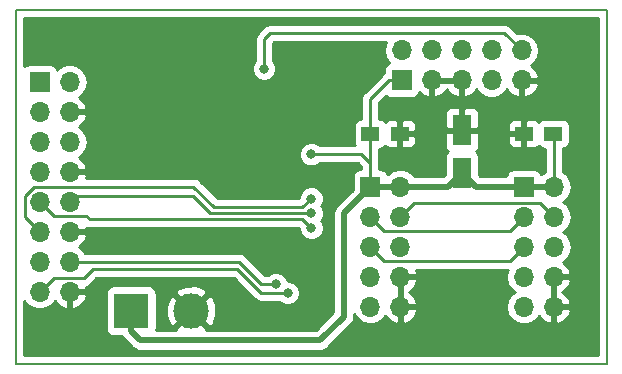
<source format=gbr>
G04 #@! TF.GenerationSoftware,KiCad,Pcbnew,(5.0.0)*
G04 #@! TF.CreationDate,2019-09-15T19:40:45+02:00*
G04 #@! TF.ProjectId,hub75shifter,6875623735736869667465722E6B6963,rev?*
G04 #@! TF.SameCoordinates,Original*
G04 #@! TF.FileFunction,Copper,L2,Bot,Signal*
G04 #@! TF.FilePolarity,Positive*
%FSLAX46Y46*%
G04 Gerber Fmt 4.6, Leading zero omitted, Abs format (unit mm)*
G04 Created by KiCad (PCBNEW (5.0.0)) date 09/15/19 19:40:45*
%MOMM*%
%LPD*%
G01*
G04 APERTURE LIST*
G04 #@! TA.AperFunction,NonConductor*
%ADD10C,0.200000*%
G04 #@! TD*
G04 #@! TA.AperFunction,NonConductor*
%ADD11C,0.150000*%
G04 #@! TD*
G04 #@! TA.AperFunction,SMDPad,CuDef*
%ADD12R,1.500000X1.250000*%
G04 #@! TD*
G04 #@! TA.AperFunction,ComponentPad*
%ADD13O,1.700000X1.700000*%
G04 #@! TD*
G04 #@! TA.AperFunction,ComponentPad*
%ADD14R,1.700000X1.700000*%
G04 #@! TD*
G04 #@! TA.AperFunction,SMDPad,CuDef*
%ADD15R,1.600000X2.600000*%
G04 #@! TD*
G04 #@! TA.AperFunction,ComponentPad*
%ADD16C,3.000000*%
G04 #@! TD*
G04 #@! TA.AperFunction,ComponentPad*
%ADD17R,3.000000X3.000000*%
G04 #@! TD*
G04 #@! TA.AperFunction,ViaPad*
%ADD18C,0.800000*%
G04 #@! TD*
G04 #@! TA.AperFunction,Conductor*
%ADD19C,0.250000*%
G04 #@! TD*
G04 #@! TA.AperFunction,Conductor*
%ADD20C,0.500000*%
G04 #@! TD*
G04 #@! TA.AperFunction,Conductor*
%ADD21C,0.254000*%
G04 #@! TD*
G04 APERTURE END LIST*
D10*
X20000000Y-50000000D02*
X70000000Y-50000000D01*
X20000000Y-20000000D02*
X70000000Y-20000000D01*
D11*
X70000000Y-50000000D02*
X70000000Y-20000000D01*
X20000000Y-50000000D02*
X20000000Y-20000000D01*
D12*
G04 #@! TO.P,C3,2*
G04 #@! TO.N,GND*
X52500000Y-30500000D03*
G04 #@! TO.P,C3,1*
G04 #@! TO.N,VCC*
X50000000Y-30500000D03*
G04 #@! TD*
D13*
G04 #@! TO.P,JHUB75,16*
G04 #@! TO.N,GND*
X24540000Y-43907500D03*
G04 #@! TO.P,JHUB75,15*
G04 #@! TO.N,P_OE*
X22000000Y-43907500D03*
G04 #@! TO.P,JHUB75,14*
G04 #@! TO.N,P_STB*
X24540000Y-41367500D03*
G04 #@! TO.P,JHUB75,13*
G04 #@! TO.N,P_CLK*
X22000000Y-41367500D03*
G04 #@! TO.P,JHUB75,12*
G04 #@! TO.N,GND*
X24540000Y-38827500D03*
G04 #@! TO.P,JHUB75,11*
G04 #@! TO.N,P_C*
X22000000Y-38827500D03*
G04 #@! TO.P,JHUB75,10*
G04 #@! TO.N,P_B*
X24540000Y-36287500D03*
G04 #@! TO.P,JHUB75,9*
G04 #@! TO.N,P_A*
X22000000Y-36287500D03*
G04 #@! TO.P,JHUB75,8*
G04 #@! TO.N,GND*
X24540000Y-33747500D03*
G04 #@! TO.P,JHUB75,7*
G04 #@! TO.N,P_B2*
X22000000Y-33747500D03*
G04 #@! TO.P,JHUB75,6*
G04 #@! TO.N,P_G2*
X24540000Y-31207500D03*
G04 #@! TO.P,JHUB75,5*
G04 #@! TO.N,P_R2*
X22000000Y-31207500D03*
G04 #@! TO.P,JHUB75,4*
G04 #@! TO.N,GND*
X24540000Y-28667500D03*
G04 #@! TO.P,JHUB75,3*
G04 #@! TO.N,P_B1*
X22000000Y-28667500D03*
G04 #@! TO.P,JHUB75,2*
G04 #@! TO.N,P_G1*
X24540000Y-26127500D03*
D14*
G04 #@! TO.P,JHUB75,1*
G04 #@! TO.N,P_R1*
X22000000Y-26127500D03*
G04 #@! TD*
G04 #@! TO.P,JIN1,1*
G04 #@! TO.N,VCC*
X50000000Y-35000000D03*
D13*
G04 #@! TO.P,JIN1,2*
X52540000Y-35000000D03*
G04 #@! TO.P,JIN1,3*
G04 #@! TO.N,SHIFT*
X50000000Y-37540000D03*
G04 #@! TO.P,JIN1,4*
G04 #@! TO.N,OE*
X52540000Y-37540000D03*
G04 #@! TO.P,JIN1,5*
G04 #@! TO.N,CLEAR*
X50000000Y-40080000D03*
G04 #@! TO.P,JIN1,6*
G04 #@! TO.N,SPI1_SS*
X52540000Y-40080000D03*
G04 #@! TO.P,JIN1,7*
G04 #@! TO.N,SPI1_SCK*
X50000000Y-42620000D03*
G04 #@! TO.P,JIN1,8*
G04 #@! TO.N,GND*
X52540000Y-42620000D03*
G04 #@! TO.P,JIN1,9*
G04 #@! TO.N,SPI1_MOSI*
X50000000Y-45160000D03*
G04 #@! TO.P,JIN1,10*
G04 #@! TO.N,GND*
X52540000Y-45160000D03*
G04 #@! TD*
G04 #@! TO.P,JOUT1,10*
G04 #@! TO.N,GND*
X65540000Y-45160000D03*
G04 #@! TO.P,JOUT1,9*
G04 #@! TO.N,SPI0_MOSI*
X63000000Y-45160000D03*
G04 #@! TO.P,JOUT1,8*
G04 #@! TO.N,GND*
X65540000Y-42620000D03*
G04 #@! TO.P,JOUT1,7*
G04 #@! TO.N,SPI0_SCK*
X63000000Y-42620000D03*
G04 #@! TO.P,JOUT1,6*
G04 #@! TO.N,SPI0_SS*
X65540000Y-40080000D03*
G04 #@! TO.P,JOUT1,5*
G04 #@! TO.N,CLEAR*
X63000000Y-40080000D03*
G04 #@! TO.P,JOUT1,4*
G04 #@! TO.N,OE*
X65540000Y-37540000D03*
G04 #@! TO.P,JOUT1,3*
G04 #@! TO.N,SHIFT*
X63000000Y-37540000D03*
G04 #@! TO.P,JOUT1,2*
G04 #@! TO.N,VCC*
X65540000Y-35000000D03*
D14*
G04 #@! TO.P,JOUT1,1*
X63000000Y-35000000D03*
G04 #@! TD*
D13*
G04 #@! TO.P,JSWD1,10*
G04 #@! TO.N,MCU_RESET*
X62800000Y-23460000D03*
G04 #@! TO.P,JSWD1,9*
G04 #@! TO.N,GND*
X62800000Y-26000000D03*
G04 #@! TO.P,JSWD1,8*
G04 #@! TO.N,N/C*
X60260000Y-23460000D03*
G04 #@! TO.P,JSWD1,7*
X60260000Y-26000000D03*
G04 #@! TO.P,JSWD1,6*
X57720000Y-23460000D03*
G04 #@! TO.P,JSWD1,5*
G04 #@! TO.N,GND*
X57720000Y-26000000D03*
G04 #@! TO.P,JSWD1,4*
G04 #@! TO.N,SWDCLK*
X55180000Y-23460000D03*
G04 #@! TO.P,JSWD1,3*
G04 #@! TO.N,GND*
X55180000Y-26000000D03*
G04 #@! TO.P,JSWD1,2*
G04 #@! TO.N,SWDIO*
X52640000Y-23460000D03*
D14*
G04 #@! TO.P,JSWD1,1*
G04 #@! TO.N,VCC*
X52640000Y-26000000D03*
G04 #@! TD*
D12*
G04 #@! TO.P,C5,2*
G04 #@! TO.N,GND*
X63000000Y-30500000D03*
G04 #@! TO.P,C5,1*
G04 #@! TO.N,VCC*
X65500000Y-30500000D03*
G04 #@! TD*
D15*
G04 #@! TO.P,C6,2*
G04 #@! TO.N,GND*
X57750000Y-30200000D03*
G04 #@! TO.P,C6,1*
G04 #@! TO.N,VCC*
X57750000Y-33800000D03*
G04 #@! TD*
D16*
G04 #@! TO.P,JPWR1,2*
G04 #@! TO.N,GND*
X34830000Y-45500000D03*
D17*
G04 #@! TO.P,JPWR1,1*
G04 #@! TO.N,VCC*
X29750000Y-45500000D03*
G04 #@! TD*
D18*
G04 #@! TO.N,GND*
X39250000Y-25000000D03*
X28750000Y-23500000D03*
X36000000Y-33000000D03*
X38500000Y-33000000D03*
G04 #@! TO.N,VCC*
X45000000Y-32250000D03*
G04 #@! TO.N,MCU_RESET*
X41000000Y-25000000D03*
G04 #@! TO.N,P_OE*
X43000000Y-44000000D03*
G04 #@! TO.N,P_STB*
X42000000Y-43250000D03*
G04 #@! TO.N,P_C*
X45000000Y-36000000D03*
G04 #@! TO.N,P_B*
X45000000Y-37250000D03*
G04 #@! TO.N,P_A*
X45000000Y-38500000D03*
G04 #@! TD*
D19*
G04 #@! TO.N,GND*
X52640000Y-30360000D02*
X52500000Y-30500000D01*
X52540000Y-30540000D02*
X52500000Y-30500000D01*
D20*
G04 #@! TO.N,VCC*
X52540000Y-35000000D02*
X50000000Y-35000000D01*
X65540000Y-35000000D02*
X63000000Y-35000000D01*
D19*
X53000000Y-34540000D02*
X52540000Y-35000000D01*
D20*
X56550000Y-35000000D02*
X57750000Y-33800000D01*
X52540000Y-35000000D02*
X56550000Y-35000000D01*
X58950000Y-35000000D02*
X57750000Y-33800000D01*
X63000000Y-35000000D02*
X58950000Y-35000000D01*
D19*
X52540000Y-26100000D02*
X52640000Y-26000000D01*
X50000000Y-35000000D02*
X50000000Y-33000000D01*
X50000000Y-33000000D02*
X49250000Y-32250000D01*
X49250000Y-32250000D02*
X45750000Y-32250000D01*
X65540000Y-30710000D02*
X65750000Y-30500000D01*
X65540000Y-35000000D02*
X65540000Y-30710000D01*
X50000000Y-33000000D02*
X50000000Y-30500000D01*
X50000000Y-29625000D02*
X50000000Y-30500000D01*
X50000000Y-27540000D02*
X50000000Y-29625000D01*
X51540000Y-26000000D02*
X50000000Y-27540000D01*
X52640000Y-26000000D02*
X51540000Y-26000000D01*
X45750000Y-32250000D02*
X45000000Y-32250000D01*
D20*
X47750000Y-37250000D02*
X50000000Y-35000000D01*
X47750000Y-46000000D02*
X47750000Y-37250000D01*
X45750000Y-48000000D02*
X47750000Y-46000000D01*
X30500000Y-48000000D02*
X45750000Y-48000000D01*
X29750000Y-47250000D02*
X30500000Y-48000000D01*
X29750000Y-45500000D02*
X29750000Y-47250000D01*
D19*
G04 #@! TO.N,MCU_RESET*
X62860000Y-23400000D02*
X62800000Y-23460000D01*
X41000000Y-22500000D02*
X41000000Y-25000000D01*
X41500000Y-22000000D02*
X41000000Y-22500000D01*
X62800000Y-23460000D02*
X61340000Y-22000000D01*
X61340000Y-22000000D02*
X41500000Y-22000000D01*
G04 #@! TO.N,P_OE*
X23175001Y-42732499D02*
X22000000Y-43907500D01*
X25750000Y-42732499D02*
X23175001Y-42732499D01*
X26482499Y-42000000D02*
X25750000Y-42732499D01*
X26482499Y-42000000D02*
X38750000Y-42000000D01*
X40750000Y-44000000D02*
X43000000Y-44000000D01*
X38750000Y-42000000D02*
X40750000Y-44000000D01*
G04 #@! TO.N,P_STB*
X40750000Y-43250000D02*
X42000000Y-43250000D01*
X24540000Y-41367500D02*
X38867500Y-41367500D01*
X38867500Y-41367500D02*
X40750000Y-43250000D01*
G04 #@! TO.N,P_C*
X35000000Y-35000000D02*
X36750000Y-36750000D01*
X44250000Y-36750000D02*
X45000000Y-36000000D01*
X36750000Y-36750000D02*
X44250000Y-36750000D01*
X22000000Y-38827500D02*
X20750000Y-37577500D01*
X20750000Y-35750000D02*
X21500000Y-35000000D01*
X21500000Y-35000000D02*
X35000000Y-35000000D01*
X20750000Y-37577500D02*
X20750000Y-35750000D01*
G04 #@! TO.N,P_B*
X34962500Y-35750000D02*
X36462500Y-37250000D01*
X36462500Y-37250000D02*
X45000000Y-37250000D01*
X24540000Y-36287500D02*
X24712500Y-36287500D01*
X24712500Y-36287500D02*
X25250000Y-35750000D01*
X25250000Y-35750000D02*
X34962500Y-35750000D01*
G04 #@! TO.N,P_A*
X25962501Y-37462501D02*
X26250000Y-37750000D01*
X23175001Y-37462501D02*
X25962501Y-37462501D01*
X22000000Y-36287500D02*
X23175001Y-37462501D01*
X45000000Y-38500000D02*
X44250000Y-37750000D01*
X44250000Y-37750000D02*
X26250000Y-37750000D01*
G04 #@! TO.N,SHIFT*
X50849999Y-38389999D02*
X50000000Y-37540000D01*
X51175001Y-38715001D02*
X50849999Y-38389999D01*
X61824999Y-38715001D02*
X51175001Y-38715001D01*
X63000000Y-37540000D02*
X61824999Y-38715001D01*
G04 #@! TO.N,OE*
X53389999Y-36690001D02*
X52540000Y-37540000D01*
X53715001Y-36364999D02*
X53389999Y-36690001D01*
X64364999Y-36364999D02*
X53715001Y-36364999D01*
X65540000Y-37540000D02*
X64364999Y-36364999D01*
G04 #@! TO.N,CLEAR*
X50849999Y-40929999D02*
X50000000Y-40080000D01*
X51175001Y-41255001D02*
X50849999Y-40929999D01*
X61824999Y-41255001D02*
X51175001Y-41255001D01*
X63000000Y-40080000D02*
X61824999Y-41255001D01*
G04 #@! TD*
D21*
G04 #@! TO.N,GND*
G36*
X69290000Y-49265000D02*
X20710000Y-49265000D01*
X20710000Y-44649807D01*
X20929375Y-44978125D01*
X21420582Y-45306339D01*
X21853744Y-45392500D01*
X22146256Y-45392500D01*
X22579418Y-45306339D01*
X23070625Y-44978125D01*
X23271353Y-44677714D01*
X23658642Y-45102683D01*
X24183108Y-45348986D01*
X24413000Y-45228319D01*
X24413000Y-44034500D01*
X24667000Y-44034500D01*
X24667000Y-45228319D01*
X24896892Y-45348986D01*
X25421358Y-45102683D01*
X25811645Y-44674424D01*
X25981476Y-44264390D01*
X25860155Y-44034500D01*
X24667000Y-44034500D01*
X24413000Y-44034500D01*
X24393000Y-44034500D01*
X24393000Y-44000000D01*
X27602560Y-44000000D01*
X27602560Y-47000000D01*
X27651843Y-47247765D01*
X27792191Y-47457809D01*
X28002235Y-47598157D01*
X28250000Y-47647440D01*
X28951181Y-47647440D01*
X29062576Y-47814154D01*
X29062578Y-47814156D01*
X29111952Y-47888049D01*
X29185845Y-47937423D01*
X29812577Y-48564156D01*
X29861951Y-48638049D01*
X29935844Y-48687423D01*
X29935845Y-48687424D01*
X30046880Y-48761615D01*
X30154690Y-48833652D01*
X30412835Y-48885000D01*
X30412839Y-48885000D01*
X30499999Y-48902337D01*
X30587159Y-48885000D01*
X45662839Y-48885000D01*
X45750000Y-48902337D01*
X45837161Y-48885000D01*
X45837165Y-48885000D01*
X46095310Y-48833652D01*
X46388049Y-48638049D01*
X46437425Y-48564153D01*
X48314156Y-46687423D01*
X48388049Y-46638049D01*
X48583652Y-46345310D01*
X48635000Y-46087165D01*
X48635000Y-46087161D01*
X48652337Y-46000001D01*
X48635000Y-45912841D01*
X48635000Y-45790062D01*
X48929375Y-46230625D01*
X49420582Y-46558839D01*
X49853744Y-46645000D01*
X50146256Y-46645000D01*
X50579418Y-46558839D01*
X51070625Y-46230625D01*
X51271353Y-45930214D01*
X51658642Y-46355183D01*
X52183108Y-46601486D01*
X52413000Y-46480819D01*
X52413000Y-45287000D01*
X52667000Y-45287000D01*
X52667000Y-46480819D01*
X52896892Y-46601486D01*
X53421358Y-46355183D01*
X53811645Y-45926924D01*
X53981476Y-45516890D01*
X53860155Y-45287000D01*
X52667000Y-45287000D01*
X52413000Y-45287000D01*
X52393000Y-45287000D01*
X52393000Y-45033000D01*
X52413000Y-45033000D01*
X52413000Y-42747000D01*
X52667000Y-42747000D01*
X52667000Y-45033000D01*
X53860155Y-45033000D01*
X53981476Y-44803110D01*
X53811645Y-44393076D01*
X53421358Y-43964817D01*
X53262046Y-43890000D01*
X53421358Y-43815183D01*
X53811645Y-43386924D01*
X53981476Y-42976890D01*
X53860155Y-42747000D01*
X52667000Y-42747000D01*
X52413000Y-42747000D01*
X52393000Y-42747000D01*
X52393000Y-42493000D01*
X52413000Y-42493000D01*
X52413000Y-42473000D01*
X52667000Y-42473000D01*
X52667000Y-42493000D01*
X53860155Y-42493000D01*
X53981476Y-42263110D01*
X53878712Y-42015001D01*
X61618254Y-42015001D01*
X61601161Y-42040582D01*
X61485908Y-42620000D01*
X61601161Y-43199418D01*
X61929375Y-43690625D01*
X62227761Y-43890000D01*
X61929375Y-44089375D01*
X61601161Y-44580582D01*
X61485908Y-45160000D01*
X61601161Y-45739418D01*
X61929375Y-46230625D01*
X62420582Y-46558839D01*
X62853744Y-46645000D01*
X63146256Y-46645000D01*
X63579418Y-46558839D01*
X64070625Y-46230625D01*
X64271353Y-45930214D01*
X64658642Y-46355183D01*
X65183108Y-46601486D01*
X65413000Y-46480819D01*
X65413000Y-45287000D01*
X65667000Y-45287000D01*
X65667000Y-46480819D01*
X65896892Y-46601486D01*
X66421358Y-46355183D01*
X66811645Y-45926924D01*
X66981476Y-45516890D01*
X66860155Y-45287000D01*
X65667000Y-45287000D01*
X65413000Y-45287000D01*
X65393000Y-45287000D01*
X65393000Y-45033000D01*
X65413000Y-45033000D01*
X65413000Y-42747000D01*
X65667000Y-42747000D01*
X65667000Y-45033000D01*
X66860155Y-45033000D01*
X66981476Y-44803110D01*
X66811645Y-44393076D01*
X66421358Y-43964817D01*
X66262046Y-43890000D01*
X66421358Y-43815183D01*
X66811645Y-43386924D01*
X66981476Y-42976890D01*
X66860155Y-42747000D01*
X65667000Y-42747000D01*
X65413000Y-42747000D01*
X65393000Y-42747000D01*
X65393000Y-42493000D01*
X65413000Y-42493000D01*
X65413000Y-42473000D01*
X65667000Y-42473000D01*
X65667000Y-42493000D01*
X66860155Y-42493000D01*
X66981476Y-42263110D01*
X66811645Y-41853076D01*
X66421358Y-41424817D01*
X66291522Y-41363843D01*
X66610625Y-41150625D01*
X66938839Y-40659418D01*
X67054092Y-40080000D01*
X66938839Y-39500582D01*
X66610625Y-39009375D01*
X66312239Y-38810000D01*
X66610625Y-38610625D01*
X66938839Y-38119418D01*
X67054092Y-37540000D01*
X66938839Y-36960582D01*
X66610625Y-36469375D01*
X66312239Y-36270000D01*
X66610625Y-36070625D01*
X66938839Y-35579418D01*
X67054092Y-35000000D01*
X66938839Y-34420582D01*
X66610625Y-33929375D01*
X66300000Y-33721822D01*
X66300000Y-31762494D01*
X66497765Y-31723157D01*
X66707809Y-31582809D01*
X66848157Y-31372765D01*
X66897440Y-31125000D01*
X66897440Y-29875000D01*
X66848157Y-29627235D01*
X66707809Y-29417191D01*
X66497765Y-29276843D01*
X66250000Y-29227560D01*
X64750000Y-29227560D01*
X64502235Y-29276843D01*
X64292191Y-29417191D01*
X64251346Y-29478320D01*
X64109698Y-29336673D01*
X63876309Y-29240000D01*
X63285750Y-29240000D01*
X63127000Y-29398750D01*
X63127000Y-30373000D01*
X63147000Y-30373000D01*
X63147000Y-30627000D01*
X63127000Y-30627000D01*
X63127000Y-31601250D01*
X63285750Y-31760000D01*
X63876309Y-31760000D01*
X64109698Y-31663327D01*
X64251346Y-31521680D01*
X64292191Y-31582809D01*
X64502235Y-31723157D01*
X64750000Y-31772440D01*
X64780001Y-31772440D01*
X64780000Y-33721822D01*
X64469375Y-33929375D01*
X64457184Y-33947619D01*
X64448157Y-33902235D01*
X64307809Y-33692191D01*
X64097765Y-33551843D01*
X63850000Y-33502560D01*
X62150000Y-33502560D01*
X61902235Y-33551843D01*
X61692191Y-33692191D01*
X61551843Y-33902235D01*
X61509522Y-34115000D01*
X59316579Y-34115000D01*
X59197440Y-33995861D01*
X59197440Y-32500000D01*
X59148157Y-32252235D01*
X59007809Y-32042191D01*
X58946680Y-32001346D01*
X59088327Y-31859698D01*
X59185000Y-31626309D01*
X59185000Y-30785750D01*
X61615000Y-30785750D01*
X61615000Y-31251310D01*
X61711673Y-31484699D01*
X61890302Y-31663327D01*
X62123691Y-31760000D01*
X62714250Y-31760000D01*
X62873000Y-31601250D01*
X62873000Y-30627000D01*
X61773750Y-30627000D01*
X61615000Y-30785750D01*
X59185000Y-30785750D01*
X59185000Y-30485750D01*
X59026250Y-30327000D01*
X57877000Y-30327000D01*
X57877000Y-30347000D01*
X57623000Y-30347000D01*
X57623000Y-30327000D01*
X56473750Y-30327000D01*
X56315000Y-30485750D01*
X56315000Y-31626309D01*
X56411673Y-31859698D01*
X56553320Y-32001346D01*
X56492191Y-32042191D01*
X56351843Y-32252235D01*
X56302560Y-32500000D01*
X56302560Y-33995862D01*
X56183422Y-34115000D01*
X53734656Y-34115000D01*
X53610625Y-33929375D01*
X53119418Y-33601161D01*
X52686256Y-33515000D01*
X52393744Y-33515000D01*
X51960582Y-33601161D01*
X51469375Y-33929375D01*
X51457184Y-33947619D01*
X51448157Y-33902235D01*
X51307809Y-33692191D01*
X51097765Y-33551843D01*
X50850000Y-33502560D01*
X50760000Y-33502560D01*
X50760000Y-33074846D01*
X50774888Y-32999999D01*
X50760000Y-32925152D01*
X50760000Y-31770451D01*
X50997765Y-31723157D01*
X51207809Y-31582809D01*
X51248654Y-31521680D01*
X51390302Y-31663327D01*
X51623691Y-31760000D01*
X52214250Y-31760000D01*
X52373000Y-31601250D01*
X52373000Y-30627000D01*
X52627000Y-30627000D01*
X52627000Y-31601250D01*
X52785750Y-31760000D01*
X53376309Y-31760000D01*
X53609698Y-31663327D01*
X53788327Y-31484699D01*
X53885000Y-31251310D01*
X53885000Y-30785750D01*
X53726250Y-30627000D01*
X52627000Y-30627000D01*
X52373000Y-30627000D01*
X52353000Y-30627000D01*
X52353000Y-30373000D01*
X52373000Y-30373000D01*
X52373000Y-29398750D01*
X52627000Y-29398750D01*
X52627000Y-30373000D01*
X53726250Y-30373000D01*
X53885000Y-30214250D01*
X53885000Y-29748690D01*
X53788327Y-29515301D01*
X53609698Y-29336673D01*
X53376309Y-29240000D01*
X52785750Y-29240000D01*
X52627000Y-29398750D01*
X52373000Y-29398750D01*
X52214250Y-29240000D01*
X51623691Y-29240000D01*
X51390302Y-29336673D01*
X51248654Y-29478320D01*
X51207809Y-29417191D01*
X50997765Y-29276843D01*
X50760000Y-29229549D01*
X50760000Y-28773691D01*
X56315000Y-28773691D01*
X56315000Y-29914250D01*
X56473750Y-30073000D01*
X57623000Y-30073000D01*
X57623000Y-28423750D01*
X57877000Y-28423750D01*
X57877000Y-30073000D01*
X59026250Y-30073000D01*
X59185000Y-29914250D01*
X59185000Y-29748690D01*
X61615000Y-29748690D01*
X61615000Y-30214250D01*
X61773750Y-30373000D01*
X62873000Y-30373000D01*
X62873000Y-29398750D01*
X62714250Y-29240000D01*
X62123691Y-29240000D01*
X61890302Y-29336673D01*
X61711673Y-29515301D01*
X61615000Y-29748690D01*
X59185000Y-29748690D01*
X59185000Y-28773691D01*
X59088327Y-28540302D01*
X58909699Y-28361673D01*
X58676310Y-28265000D01*
X58035750Y-28265000D01*
X57877000Y-28423750D01*
X57623000Y-28423750D01*
X57464250Y-28265000D01*
X56823690Y-28265000D01*
X56590301Y-28361673D01*
X56411673Y-28540302D01*
X56315000Y-28773691D01*
X50760000Y-28773691D01*
X50760000Y-27854801D01*
X51322098Y-27292704D01*
X51332191Y-27307809D01*
X51542235Y-27448157D01*
X51790000Y-27497440D01*
X53490000Y-27497440D01*
X53737765Y-27448157D01*
X53947809Y-27307809D01*
X54088157Y-27097765D01*
X54108739Y-26994292D01*
X54413076Y-27271645D01*
X54823110Y-27441476D01*
X55053000Y-27320155D01*
X55053000Y-26127000D01*
X55307000Y-26127000D01*
X55307000Y-27320155D01*
X55536890Y-27441476D01*
X55946924Y-27271645D01*
X56375183Y-26881358D01*
X56450000Y-26722046D01*
X56524817Y-26881358D01*
X56953076Y-27271645D01*
X57363110Y-27441476D01*
X57593000Y-27320155D01*
X57593000Y-26127000D01*
X55307000Y-26127000D01*
X55053000Y-26127000D01*
X55033000Y-26127000D01*
X55033000Y-25873000D01*
X55053000Y-25873000D01*
X55053000Y-25853000D01*
X55307000Y-25853000D01*
X55307000Y-25873000D01*
X57593000Y-25873000D01*
X57593000Y-25853000D01*
X57847000Y-25853000D01*
X57847000Y-25873000D01*
X57867000Y-25873000D01*
X57867000Y-26127000D01*
X57847000Y-26127000D01*
X57847000Y-27320155D01*
X58076890Y-27441476D01*
X58486924Y-27271645D01*
X58915183Y-26881358D01*
X58976157Y-26751522D01*
X59189375Y-27070625D01*
X59680582Y-27398839D01*
X60113744Y-27485000D01*
X60406256Y-27485000D01*
X60839418Y-27398839D01*
X61330625Y-27070625D01*
X61543843Y-26751522D01*
X61604817Y-26881358D01*
X62033076Y-27271645D01*
X62443110Y-27441476D01*
X62673000Y-27320155D01*
X62673000Y-26127000D01*
X62927000Y-26127000D01*
X62927000Y-27320155D01*
X63156890Y-27441476D01*
X63566924Y-27271645D01*
X63995183Y-26881358D01*
X64241486Y-26356892D01*
X64120819Y-26127000D01*
X62927000Y-26127000D01*
X62673000Y-26127000D01*
X62653000Y-26127000D01*
X62653000Y-25873000D01*
X62673000Y-25873000D01*
X62673000Y-25853000D01*
X62927000Y-25853000D01*
X62927000Y-25873000D01*
X64120819Y-25873000D01*
X64241486Y-25643108D01*
X63995183Y-25118642D01*
X63570214Y-24731353D01*
X63870625Y-24530625D01*
X64198839Y-24039418D01*
X64314092Y-23460000D01*
X64198839Y-22880582D01*
X63870625Y-22389375D01*
X63379418Y-22061161D01*
X62946256Y-21975000D01*
X62653744Y-21975000D01*
X62433592Y-22018791D01*
X61930331Y-21515530D01*
X61887929Y-21452071D01*
X61636537Y-21284096D01*
X61414852Y-21240000D01*
X61414847Y-21240000D01*
X61340000Y-21225112D01*
X61265153Y-21240000D01*
X41574848Y-21240000D01*
X41500000Y-21225112D01*
X41425152Y-21240000D01*
X41425148Y-21240000D01*
X41251605Y-21274520D01*
X41203462Y-21284096D01*
X41016418Y-21409076D01*
X40952071Y-21452071D01*
X40909671Y-21515528D01*
X40515529Y-21909669D01*
X40452071Y-21952071D01*
X40284096Y-22203464D01*
X40240000Y-22425149D01*
X40240000Y-22425153D01*
X40225112Y-22500000D01*
X40240000Y-22574847D01*
X40240001Y-24296288D01*
X40122569Y-24413720D01*
X39965000Y-24794126D01*
X39965000Y-25205874D01*
X40122569Y-25586280D01*
X40413720Y-25877431D01*
X40794126Y-26035000D01*
X41205874Y-26035000D01*
X41586280Y-25877431D01*
X41877431Y-25586280D01*
X42035000Y-25205874D01*
X42035000Y-24794126D01*
X41877431Y-24413720D01*
X41760000Y-24296289D01*
X41760000Y-22814801D01*
X41814802Y-22760000D01*
X51321731Y-22760000D01*
X51241161Y-22880582D01*
X51125908Y-23460000D01*
X51241161Y-24039418D01*
X51569375Y-24530625D01*
X51587619Y-24542816D01*
X51542235Y-24551843D01*
X51332191Y-24692191D01*
X51191843Y-24902235D01*
X51142560Y-25150000D01*
X51142560Y-25351517D01*
X50992071Y-25452071D01*
X50949671Y-25515527D01*
X49515530Y-26949669D01*
X49452071Y-26992071D01*
X49284096Y-27243464D01*
X49240000Y-27465149D01*
X49240000Y-27465153D01*
X49225112Y-27540000D01*
X49240000Y-27614847D01*
X49240001Y-29229549D01*
X49002235Y-29276843D01*
X48792191Y-29417191D01*
X48651843Y-29627235D01*
X48602560Y-29875000D01*
X48602560Y-31125000D01*
X48651843Y-31372765D01*
X48730178Y-31490000D01*
X45703711Y-31490000D01*
X45586280Y-31372569D01*
X45205874Y-31215000D01*
X44794126Y-31215000D01*
X44413720Y-31372569D01*
X44122569Y-31663720D01*
X43965000Y-32044126D01*
X43965000Y-32455874D01*
X44122569Y-32836280D01*
X44413720Y-33127431D01*
X44794126Y-33285000D01*
X45205874Y-33285000D01*
X45586280Y-33127431D01*
X45703711Y-33010000D01*
X48935199Y-33010000D01*
X49240001Y-33314802D01*
X49240001Y-33502560D01*
X49150000Y-33502560D01*
X48902235Y-33551843D01*
X48692191Y-33692191D01*
X48551843Y-33902235D01*
X48502560Y-34150000D01*
X48502560Y-35245861D01*
X47185845Y-36562577D01*
X47111952Y-36611951D01*
X47062578Y-36685844D01*
X47062576Y-36685846D01*
X46916348Y-36904691D01*
X46847663Y-37250000D01*
X46865001Y-37337165D01*
X46865000Y-45633421D01*
X45383422Y-47115000D01*
X36113724Y-47115000D01*
X36164365Y-47013970D01*
X34830000Y-45679605D01*
X33495635Y-47013970D01*
X33546276Y-47115000D01*
X31874565Y-47115000D01*
X31897440Y-47000000D01*
X31897440Y-45116187D01*
X32687277Y-45116187D01*
X32703503Y-45965387D01*
X32997261Y-46674582D01*
X33316030Y-46834365D01*
X34650395Y-45500000D01*
X35009605Y-45500000D01*
X36343970Y-46834365D01*
X36662739Y-46674582D01*
X36972723Y-45883813D01*
X36956497Y-45034613D01*
X36662739Y-44325418D01*
X36343970Y-44165635D01*
X35009605Y-45500000D01*
X34650395Y-45500000D01*
X33316030Y-44165635D01*
X32997261Y-44325418D01*
X32687277Y-45116187D01*
X31897440Y-45116187D01*
X31897440Y-44000000D01*
X31894662Y-43986030D01*
X33495635Y-43986030D01*
X34830000Y-45320395D01*
X36164365Y-43986030D01*
X36004582Y-43667261D01*
X35213813Y-43357277D01*
X34364613Y-43373503D01*
X33655418Y-43667261D01*
X33495635Y-43986030D01*
X31894662Y-43986030D01*
X31848157Y-43752235D01*
X31707809Y-43542191D01*
X31497765Y-43401843D01*
X31250000Y-43352560D01*
X28250000Y-43352560D01*
X28002235Y-43401843D01*
X27792191Y-43542191D01*
X27651843Y-43752235D01*
X27602560Y-44000000D01*
X24393000Y-44000000D01*
X24393000Y-43780500D01*
X24413000Y-43780500D01*
X24413000Y-43760500D01*
X24667000Y-43760500D01*
X24667000Y-43780500D01*
X25860155Y-43780500D01*
X25981476Y-43550610D01*
X25947318Y-43468139D01*
X26046537Y-43448403D01*
X26297929Y-43280428D01*
X26340331Y-43216969D01*
X26797301Y-42760000D01*
X38435199Y-42760000D01*
X40159671Y-44484473D01*
X40202071Y-44547929D01*
X40453463Y-44715904D01*
X40675148Y-44760000D01*
X40675152Y-44760000D01*
X40749999Y-44774888D01*
X40824846Y-44760000D01*
X42296289Y-44760000D01*
X42413720Y-44877431D01*
X42794126Y-45035000D01*
X43205874Y-45035000D01*
X43586280Y-44877431D01*
X43877431Y-44586280D01*
X44035000Y-44205874D01*
X44035000Y-43794126D01*
X43877431Y-43413720D01*
X43586280Y-43122569D01*
X43205874Y-42965000D01*
X43002225Y-42965000D01*
X42877431Y-42663720D01*
X42586280Y-42372569D01*
X42205874Y-42215000D01*
X41794126Y-42215000D01*
X41413720Y-42372569D01*
X41296289Y-42490000D01*
X41064802Y-42490000D01*
X39457831Y-40883030D01*
X39415429Y-40819571D01*
X39164037Y-40651596D01*
X38942352Y-40607500D01*
X38942347Y-40607500D01*
X38867500Y-40592612D01*
X38792653Y-40607500D01*
X25818178Y-40607500D01*
X25610625Y-40296875D01*
X25291522Y-40083657D01*
X25421358Y-40022683D01*
X25811645Y-39594424D01*
X25981476Y-39184390D01*
X25860155Y-38954500D01*
X24667000Y-38954500D01*
X24667000Y-38974500D01*
X24413000Y-38974500D01*
X24413000Y-38954500D01*
X24393000Y-38954500D01*
X24393000Y-38700500D01*
X24413000Y-38700500D01*
X24413000Y-38680500D01*
X24667000Y-38680500D01*
X24667000Y-38700500D01*
X25860155Y-38700500D01*
X25981062Y-38471394D01*
X26175148Y-38510000D01*
X26175153Y-38510000D01*
X26250000Y-38524888D01*
X26324847Y-38510000D01*
X43935199Y-38510000D01*
X43965000Y-38539801D01*
X43965000Y-38705874D01*
X44122569Y-39086280D01*
X44413720Y-39377431D01*
X44794126Y-39535000D01*
X45205874Y-39535000D01*
X45586280Y-39377431D01*
X45877431Y-39086280D01*
X46035000Y-38705874D01*
X46035000Y-38294126D01*
X45877431Y-37913720D01*
X45838711Y-37875000D01*
X45877431Y-37836280D01*
X46035000Y-37455874D01*
X46035000Y-37044126D01*
X45877431Y-36663720D01*
X45838711Y-36625000D01*
X45877431Y-36586280D01*
X46035000Y-36205874D01*
X46035000Y-35794126D01*
X45877431Y-35413720D01*
X45586280Y-35122569D01*
X45205874Y-34965000D01*
X44794126Y-34965000D01*
X44413720Y-35122569D01*
X44122569Y-35413720D01*
X43965000Y-35794126D01*
X43965000Y-35960199D01*
X43935199Y-35990000D01*
X37064802Y-35990000D01*
X35590331Y-34515530D01*
X35547929Y-34452071D01*
X35296537Y-34284096D01*
X35074852Y-34240000D01*
X35074847Y-34240000D01*
X35000000Y-34225112D01*
X34925153Y-34240000D01*
X25925308Y-34240000D01*
X25981476Y-34104390D01*
X25860155Y-33874500D01*
X24667000Y-33874500D01*
X24667000Y-33894500D01*
X24413000Y-33894500D01*
X24413000Y-33874500D01*
X24393000Y-33874500D01*
X24393000Y-33620500D01*
X24413000Y-33620500D01*
X24413000Y-33600500D01*
X24667000Y-33600500D01*
X24667000Y-33620500D01*
X25860155Y-33620500D01*
X25981476Y-33390610D01*
X25811645Y-32980576D01*
X25421358Y-32552317D01*
X25291522Y-32491343D01*
X25610625Y-32278125D01*
X25938839Y-31786918D01*
X26054092Y-31207500D01*
X25938839Y-30628082D01*
X25610625Y-30136875D01*
X25291522Y-29923657D01*
X25421358Y-29862683D01*
X25811645Y-29434424D01*
X25981476Y-29024390D01*
X25860155Y-28794500D01*
X24667000Y-28794500D01*
X24667000Y-28814500D01*
X24413000Y-28814500D01*
X24413000Y-28794500D01*
X24393000Y-28794500D01*
X24393000Y-28540500D01*
X24413000Y-28540500D01*
X24413000Y-28520500D01*
X24667000Y-28520500D01*
X24667000Y-28540500D01*
X25860155Y-28540500D01*
X25981476Y-28310610D01*
X25811645Y-27900576D01*
X25421358Y-27472317D01*
X25291522Y-27411343D01*
X25610625Y-27198125D01*
X25938839Y-26706918D01*
X26054092Y-26127500D01*
X25938839Y-25548082D01*
X25610625Y-25056875D01*
X25119418Y-24728661D01*
X24686256Y-24642500D01*
X24393744Y-24642500D01*
X23960582Y-24728661D01*
X23469375Y-25056875D01*
X23457184Y-25075119D01*
X23448157Y-25029735D01*
X23307809Y-24819691D01*
X23097765Y-24679343D01*
X22850000Y-24630060D01*
X21150000Y-24630060D01*
X20902235Y-24679343D01*
X20710000Y-24807791D01*
X20710000Y-20735000D01*
X69290001Y-20735000D01*
X69290000Y-49265000D01*
X69290000Y-49265000D01*
G37*
X69290000Y-49265000D02*
X20710000Y-49265000D01*
X20710000Y-44649807D01*
X20929375Y-44978125D01*
X21420582Y-45306339D01*
X21853744Y-45392500D01*
X22146256Y-45392500D01*
X22579418Y-45306339D01*
X23070625Y-44978125D01*
X23271353Y-44677714D01*
X23658642Y-45102683D01*
X24183108Y-45348986D01*
X24413000Y-45228319D01*
X24413000Y-44034500D01*
X24667000Y-44034500D01*
X24667000Y-45228319D01*
X24896892Y-45348986D01*
X25421358Y-45102683D01*
X25811645Y-44674424D01*
X25981476Y-44264390D01*
X25860155Y-44034500D01*
X24667000Y-44034500D01*
X24413000Y-44034500D01*
X24393000Y-44034500D01*
X24393000Y-44000000D01*
X27602560Y-44000000D01*
X27602560Y-47000000D01*
X27651843Y-47247765D01*
X27792191Y-47457809D01*
X28002235Y-47598157D01*
X28250000Y-47647440D01*
X28951181Y-47647440D01*
X29062576Y-47814154D01*
X29062578Y-47814156D01*
X29111952Y-47888049D01*
X29185845Y-47937423D01*
X29812577Y-48564156D01*
X29861951Y-48638049D01*
X29935844Y-48687423D01*
X29935845Y-48687424D01*
X30046880Y-48761615D01*
X30154690Y-48833652D01*
X30412835Y-48885000D01*
X30412839Y-48885000D01*
X30499999Y-48902337D01*
X30587159Y-48885000D01*
X45662839Y-48885000D01*
X45750000Y-48902337D01*
X45837161Y-48885000D01*
X45837165Y-48885000D01*
X46095310Y-48833652D01*
X46388049Y-48638049D01*
X46437425Y-48564153D01*
X48314156Y-46687423D01*
X48388049Y-46638049D01*
X48583652Y-46345310D01*
X48635000Y-46087165D01*
X48635000Y-46087161D01*
X48652337Y-46000001D01*
X48635000Y-45912841D01*
X48635000Y-45790062D01*
X48929375Y-46230625D01*
X49420582Y-46558839D01*
X49853744Y-46645000D01*
X50146256Y-46645000D01*
X50579418Y-46558839D01*
X51070625Y-46230625D01*
X51271353Y-45930214D01*
X51658642Y-46355183D01*
X52183108Y-46601486D01*
X52413000Y-46480819D01*
X52413000Y-45287000D01*
X52667000Y-45287000D01*
X52667000Y-46480819D01*
X52896892Y-46601486D01*
X53421358Y-46355183D01*
X53811645Y-45926924D01*
X53981476Y-45516890D01*
X53860155Y-45287000D01*
X52667000Y-45287000D01*
X52413000Y-45287000D01*
X52393000Y-45287000D01*
X52393000Y-45033000D01*
X52413000Y-45033000D01*
X52413000Y-42747000D01*
X52667000Y-42747000D01*
X52667000Y-45033000D01*
X53860155Y-45033000D01*
X53981476Y-44803110D01*
X53811645Y-44393076D01*
X53421358Y-43964817D01*
X53262046Y-43890000D01*
X53421358Y-43815183D01*
X53811645Y-43386924D01*
X53981476Y-42976890D01*
X53860155Y-42747000D01*
X52667000Y-42747000D01*
X52413000Y-42747000D01*
X52393000Y-42747000D01*
X52393000Y-42493000D01*
X52413000Y-42493000D01*
X52413000Y-42473000D01*
X52667000Y-42473000D01*
X52667000Y-42493000D01*
X53860155Y-42493000D01*
X53981476Y-42263110D01*
X53878712Y-42015001D01*
X61618254Y-42015001D01*
X61601161Y-42040582D01*
X61485908Y-42620000D01*
X61601161Y-43199418D01*
X61929375Y-43690625D01*
X62227761Y-43890000D01*
X61929375Y-44089375D01*
X61601161Y-44580582D01*
X61485908Y-45160000D01*
X61601161Y-45739418D01*
X61929375Y-46230625D01*
X62420582Y-46558839D01*
X62853744Y-46645000D01*
X63146256Y-46645000D01*
X63579418Y-46558839D01*
X64070625Y-46230625D01*
X64271353Y-45930214D01*
X64658642Y-46355183D01*
X65183108Y-46601486D01*
X65413000Y-46480819D01*
X65413000Y-45287000D01*
X65667000Y-45287000D01*
X65667000Y-46480819D01*
X65896892Y-46601486D01*
X66421358Y-46355183D01*
X66811645Y-45926924D01*
X66981476Y-45516890D01*
X66860155Y-45287000D01*
X65667000Y-45287000D01*
X65413000Y-45287000D01*
X65393000Y-45287000D01*
X65393000Y-45033000D01*
X65413000Y-45033000D01*
X65413000Y-42747000D01*
X65667000Y-42747000D01*
X65667000Y-45033000D01*
X66860155Y-45033000D01*
X66981476Y-44803110D01*
X66811645Y-44393076D01*
X66421358Y-43964817D01*
X66262046Y-43890000D01*
X66421358Y-43815183D01*
X66811645Y-43386924D01*
X66981476Y-42976890D01*
X66860155Y-42747000D01*
X65667000Y-42747000D01*
X65413000Y-42747000D01*
X65393000Y-42747000D01*
X65393000Y-42493000D01*
X65413000Y-42493000D01*
X65413000Y-42473000D01*
X65667000Y-42473000D01*
X65667000Y-42493000D01*
X66860155Y-42493000D01*
X66981476Y-42263110D01*
X66811645Y-41853076D01*
X66421358Y-41424817D01*
X66291522Y-41363843D01*
X66610625Y-41150625D01*
X66938839Y-40659418D01*
X67054092Y-40080000D01*
X66938839Y-39500582D01*
X66610625Y-39009375D01*
X66312239Y-38810000D01*
X66610625Y-38610625D01*
X66938839Y-38119418D01*
X67054092Y-37540000D01*
X66938839Y-36960582D01*
X66610625Y-36469375D01*
X66312239Y-36270000D01*
X66610625Y-36070625D01*
X66938839Y-35579418D01*
X67054092Y-35000000D01*
X66938839Y-34420582D01*
X66610625Y-33929375D01*
X66300000Y-33721822D01*
X66300000Y-31762494D01*
X66497765Y-31723157D01*
X66707809Y-31582809D01*
X66848157Y-31372765D01*
X66897440Y-31125000D01*
X66897440Y-29875000D01*
X66848157Y-29627235D01*
X66707809Y-29417191D01*
X66497765Y-29276843D01*
X66250000Y-29227560D01*
X64750000Y-29227560D01*
X64502235Y-29276843D01*
X64292191Y-29417191D01*
X64251346Y-29478320D01*
X64109698Y-29336673D01*
X63876309Y-29240000D01*
X63285750Y-29240000D01*
X63127000Y-29398750D01*
X63127000Y-30373000D01*
X63147000Y-30373000D01*
X63147000Y-30627000D01*
X63127000Y-30627000D01*
X63127000Y-31601250D01*
X63285750Y-31760000D01*
X63876309Y-31760000D01*
X64109698Y-31663327D01*
X64251346Y-31521680D01*
X64292191Y-31582809D01*
X64502235Y-31723157D01*
X64750000Y-31772440D01*
X64780001Y-31772440D01*
X64780000Y-33721822D01*
X64469375Y-33929375D01*
X64457184Y-33947619D01*
X64448157Y-33902235D01*
X64307809Y-33692191D01*
X64097765Y-33551843D01*
X63850000Y-33502560D01*
X62150000Y-33502560D01*
X61902235Y-33551843D01*
X61692191Y-33692191D01*
X61551843Y-33902235D01*
X61509522Y-34115000D01*
X59316579Y-34115000D01*
X59197440Y-33995861D01*
X59197440Y-32500000D01*
X59148157Y-32252235D01*
X59007809Y-32042191D01*
X58946680Y-32001346D01*
X59088327Y-31859698D01*
X59185000Y-31626309D01*
X59185000Y-30785750D01*
X61615000Y-30785750D01*
X61615000Y-31251310D01*
X61711673Y-31484699D01*
X61890302Y-31663327D01*
X62123691Y-31760000D01*
X62714250Y-31760000D01*
X62873000Y-31601250D01*
X62873000Y-30627000D01*
X61773750Y-30627000D01*
X61615000Y-30785750D01*
X59185000Y-30785750D01*
X59185000Y-30485750D01*
X59026250Y-30327000D01*
X57877000Y-30327000D01*
X57877000Y-30347000D01*
X57623000Y-30347000D01*
X57623000Y-30327000D01*
X56473750Y-30327000D01*
X56315000Y-30485750D01*
X56315000Y-31626309D01*
X56411673Y-31859698D01*
X56553320Y-32001346D01*
X56492191Y-32042191D01*
X56351843Y-32252235D01*
X56302560Y-32500000D01*
X56302560Y-33995862D01*
X56183422Y-34115000D01*
X53734656Y-34115000D01*
X53610625Y-33929375D01*
X53119418Y-33601161D01*
X52686256Y-33515000D01*
X52393744Y-33515000D01*
X51960582Y-33601161D01*
X51469375Y-33929375D01*
X51457184Y-33947619D01*
X51448157Y-33902235D01*
X51307809Y-33692191D01*
X51097765Y-33551843D01*
X50850000Y-33502560D01*
X50760000Y-33502560D01*
X50760000Y-33074846D01*
X50774888Y-32999999D01*
X50760000Y-32925152D01*
X50760000Y-31770451D01*
X50997765Y-31723157D01*
X51207809Y-31582809D01*
X51248654Y-31521680D01*
X51390302Y-31663327D01*
X51623691Y-31760000D01*
X52214250Y-31760000D01*
X52373000Y-31601250D01*
X52373000Y-30627000D01*
X52627000Y-30627000D01*
X52627000Y-31601250D01*
X52785750Y-31760000D01*
X53376309Y-31760000D01*
X53609698Y-31663327D01*
X53788327Y-31484699D01*
X53885000Y-31251310D01*
X53885000Y-30785750D01*
X53726250Y-30627000D01*
X52627000Y-30627000D01*
X52373000Y-30627000D01*
X52353000Y-30627000D01*
X52353000Y-30373000D01*
X52373000Y-30373000D01*
X52373000Y-29398750D01*
X52627000Y-29398750D01*
X52627000Y-30373000D01*
X53726250Y-30373000D01*
X53885000Y-30214250D01*
X53885000Y-29748690D01*
X53788327Y-29515301D01*
X53609698Y-29336673D01*
X53376309Y-29240000D01*
X52785750Y-29240000D01*
X52627000Y-29398750D01*
X52373000Y-29398750D01*
X52214250Y-29240000D01*
X51623691Y-29240000D01*
X51390302Y-29336673D01*
X51248654Y-29478320D01*
X51207809Y-29417191D01*
X50997765Y-29276843D01*
X50760000Y-29229549D01*
X50760000Y-28773691D01*
X56315000Y-28773691D01*
X56315000Y-29914250D01*
X56473750Y-30073000D01*
X57623000Y-30073000D01*
X57623000Y-28423750D01*
X57877000Y-28423750D01*
X57877000Y-30073000D01*
X59026250Y-30073000D01*
X59185000Y-29914250D01*
X59185000Y-29748690D01*
X61615000Y-29748690D01*
X61615000Y-30214250D01*
X61773750Y-30373000D01*
X62873000Y-30373000D01*
X62873000Y-29398750D01*
X62714250Y-29240000D01*
X62123691Y-29240000D01*
X61890302Y-29336673D01*
X61711673Y-29515301D01*
X61615000Y-29748690D01*
X59185000Y-29748690D01*
X59185000Y-28773691D01*
X59088327Y-28540302D01*
X58909699Y-28361673D01*
X58676310Y-28265000D01*
X58035750Y-28265000D01*
X57877000Y-28423750D01*
X57623000Y-28423750D01*
X57464250Y-28265000D01*
X56823690Y-28265000D01*
X56590301Y-28361673D01*
X56411673Y-28540302D01*
X56315000Y-28773691D01*
X50760000Y-28773691D01*
X50760000Y-27854801D01*
X51322098Y-27292704D01*
X51332191Y-27307809D01*
X51542235Y-27448157D01*
X51790000Y-27497440D01*
X53490000Y-27497440D01*
X53737765Y-27448157D01*
X53947809Y-27307809D01*
X54088157Y-27097765D01*
X54108739Y-26994292D01*
X54413076Y-27271645D01*
X54823110Y-27441476D01*
X55053000Y-27320155D01*
X55053000Y-26127000D01*
X55307000Y-26127000D01*
X55307000Y-27320155D01*
X55536890Y-27441476D01*
X55946924Y-27271645D01*
X56375183Y-26881358D01*
X56450000Y-26722046D01*
X56524817Y-26881358D01*
X56953076Y-27271645D01*
X57363110Y-27441476D01*
X57593000Y-27320155D01*
X57593000Y-26127000D01*
X55307000Y-26127000D01*
X55053000Y-26127000D01*
X55033000Y-26127000D01*
X55033000Y-25873000D01*
X55053000Y-25873000D01*
X55053000Y-25853000D01*
X55307000Y-25853000D01*
X55307000Y-25873000D01*
X57593000Y-25873000D01*
X57593000Y-25853000D01*
X57847000Y-25853000D01*
X57847000Y-25873000D01*
X57867000Y-25873000D01*
X57867000Y-26127000D01*
X57847000Y-26127000D01*
X57847000Y-27320155D01*
X58076890Y-27441476D01*
X58486924Y-27271645D01*
X58915183Y-26881358D01*
X58976157Y-26751522D01*
X59189375Y-27070625D01*
X59680582Y-27398839D01*
X60113744Y-27485000D01*
X60406256Y-27485000D01*
X60839418Y-27398839D01*
X61330625Y-27070625D01*
X61543843Y-26751522D01*
X61604817Y-26881358D01*
X62033076Y-27271645D01*
X62443110Y-27441476D01*
X62673000Y-27320155D01*
X62673000Y-26127000D01*
X62927000Y-26127000D01*
X62927000Y-27320155D01*
X63156890Y-27441476D01*
X63566924Y-27271645D01*
X63995183Y-26881358D01*
X64241486Y-26356892D01*
X64120819Y-26127000D01*
X62927000Y-26127000D01*
X62673000Y-26127000D01*
X62653000Y-26127000D01*
X62653000Y-25873000D01*
X62673000Y-25873000D01*
X62673000Y-25853000D01*
X62927000Y-25853000D01*
X62927000Y-25873000D01*
X64120819Y-25873000D01*
X64241486Y-25643108D01*
X63995183Y-25118642D01*
X63570214Y-24731353D01*
X63870625Y-24530625D01*
X64198839Y-24039418D01*
X64314092Y-23460000D01*
X64198839Y-22880582D01*
X63870625Y-22389375D01*
X63379418Y-22061161D01*
X62946256Y-21975000D01*
X62653744Y-21975000D01*
X62433592Y-22018791D01*
X61930331Y-21515530D01*
X61887929Y-21452071D01*
X61636537Y-21284096D01*
X61414852Y-21240000D01*
X61414847Y-21240000D01*
X61340000Y-21225112D01*
X61265153Y-21240000D01*
X41574848Y-21240000D01*
X41500000Y-21225112D01*
X41425152Y-21240000D01*
X41425148Y-21240000D01*
X41251605Y-21274520D01*
X41203462Y-21284096D01*
X41016418Y-21409076D01*
X40952071Y-21452071D01*
X40909671Y-21515528D01*
X40515529Y-21909669D01*
X40452071Y-21952071D01*
X40284096Y-22203464D01*
X40240000Y-22425149D01*
X40240000Y-22425153D01*
X40225112Y-22500000D01*
X40240000Y-22574847D01*
X40240001Y-24296288D01*
X40122569Y-24413720D01*
X39965000Y-24794126D01*
X39965000Y-25205874D01*
X40122569Y-25586280D01*
X40413720Y-25877431D01*
X40794126Y-26035000D01*
X41205874Y-26035000D01*
X41586280Y-25877431D01*
X41877431Y-25586280D01*
X42035000Y-25205874D01*
X42035000Y-24794126D01*
X41877431Y-24413720D01*
X41760000Y-24296289D01*
X41760000Y-22814801D01*
X41814802Y-22760000D01*
X51321731Y-22760000D01*
X51241161Y-22880582D01*
X51125908Y-23460000D01*
X51241161Y-24039418D01*
X51569375Y-24530625D01*
X51587619Y-24542816D01*
X51542235Y-24551843D01*
X51332191Y-24692191D01*
X51191843Y-24902235D01*
X51142560Y-25150000D01*
X51142560Y-25351517D01*
X50992071Y-25452071D01*
X50949671Y-25515527D01*
X49515530Y-26949669D01*
X49452071Y-26992071D01*
X49284096Y-27243464D01*
X49240000Y-27465149D01*
X49240000Y-27465153D01*
X49225112Y-27540000D01*
X49240000Y-27614847D01*
X49240001Y-29229549D01*
X49002235Y-29276843D01*
X48792191Y-29417191D01*
X48651843Y-29627235D01*
X48602560Y-29875000D01*
X48602560Y-31125000D01*
X48651843Y-31372765D01*
X48730178Y-31490000D01*
X45703711Y-31490000D01*
X45586280Y-31372569D01*
X45205874Y-31215000D01*
X44794126Y-31215000D01*
X44413720Y-31372569D01*
X44122569Y-31663720D01*
X43965000Y-32044126D01*
X43965000Y-32455874D01*
X44122569Y-32836280D01*
X44413720Y-33127431D01*
X44794126Y-33285000D01*
X45205874Y-33285000D01*
X45586280Y-33127431D01*
X45703711Y-33010000D01*
X48935199Y-33010000D01*
X49240001Y-33314802D01*
X49240001Y-33502560D01*
X49150000Y-33502560D01*
X48902235Y-33551843D01*
X48692191Y-33692191D01*
X48551843Y-33902235D01*
X48502560Y-34150000D01*
X48502560Y-35245861D01*
X47185845Y-36562577D01*
X47111952Y-36611951D01*
X47062578Y-36685844D01*
X47062576Y-36685846D01*
X46916348Y-36904691D01*
X46847663Y-37250000D01*
X46865001Y-37337165D01*
X46865000Y-45633421D01*
X45383422Y-47115000D01*
X36113724Y-47115000D01*
X36164365Y-47013970D01*
X34830000Y-45679605D01*
X33495635Y-47013970D01*
X33546276Y-47115000D01*
X31874565Y-47115000D01*
X31897440Y-47000000D01*
X31897440Y-45116187D01*
X32687277Y-45116187D01*
X32703503Y-45965387D01*
X32997261Y-46674582D01*
X33316030Y-46834365D01*
X34650395Y-45500000D01*
X35009605Y-45500000D01*
X36343970Y-46834365D01*
X36662739Y-46674582D01*
X36972723Y-45883813D01*
X36956497Y-45034613D01*
X36662739Y-44325418D01*
X36343970Y-44165635D01*
X35009605Y-45500000D01*
X34650395Y-45500000D01*
X33316030Y-44165635D01*
X32997261Y-44325418D01*
X32687277Y-45116187D01*
X31897440Y-45116187D01*
X31897440Y-44000000D01*
X31894662Y-43986030D01*
X33495635Y-43986030D01*
X34830000Y-45320395D01*
X36164365Y-43986030D01*
X36004582Y-43667261D01*
X35213813Y-43357277D01*
X34364613Y-43373503D01*
X33655418Y-43667261D01*
X33495635Y-43986030D01*
X31894662Y-43986030D01*
X31848157Y-43752235D01*
X31707809Y-43542191D01*
X31497765Y-43401843D01*
X31250000Y-43352560D01*
X28250000Y-43352560D01*
X28002235Y-43401843D01*
X27792191Y-43542191D01*
X27651843Y-43752235D01*
X27602560Y-44000000D01*
X24393000Y-44000000D01*
X24393000Y-43780500D01*
X24413000Y-43780500D01*
X24413000Y-43760500D01*
X24667000Y-43760500D01*
X24667000Y-43780500D01*
X25860155Y-43780500D01*
X25981476Y-43550610D01*
X25947318Y-43468139D01*
X26046537Y-43448403D01*
X26297929Y-43280428D01*
X26340331Y-43216969D01*
X26797301Y-42760000D01*
X38435199Y-42760000D01*
X40159671Y-44484473D01*
X40202071Y-44547929D01*
X40453463Y-44715904D01*
X40675148Y-44760000D01*
X40675152Y-44760000D01*
X40749999Y-44774888D01*
X40824846Y-44760000D01*
X42296289Y-44760000D01*
X42413720Y-44877431D01*
X42794126Y-45035000D01*
X43205874Y-45035000D01*
X43586280Y-44877431D01*
X43877431Y-44586280D01*
X44035000Y-44205874D01*
X44035000Y-43794126D01*
X43877431Y-43413720D01*
X43586280Y-43122569D01*
X43205874Y-42965000D01*
X43002225Y-42965000D01*
X42877431Y-42663720D01*
X42586280Y-42372569D01*
X42205874Y-42215000D01*
X41794126Y-42215000D01*
X41413720Y-42372569D01*
X41296289Y-42490000D01*
X41064802Y-42490000D01*
X39457831Y-40883030D01*
X39415429Y-40819571D01*
X39164037Y-40651596D01*
X38942352Y-40607500D01*
X38942347Y-40607500D01*
X38867500Y-40592612D01*
X38792653Y-40607500D01*
X25818178Y-40607500D01*
X25610625Y-40296875D01*
X25291522Y-40083657D01*
X25421358Y-40022683D01*
X25811645Y-39594424D01*
X25981476Y-39184390D01*
X25860155Y-38954500D01*
X24667000Y-38954500D01*
X24667000Y-38974500D01*
X24413000Y-38974500D01*
X24413000Y-38954500D01*
X24393000Y-38954500D01*
X24393000Y-38700500D01*
X24413000Y-38700500D01*
X24413000Y-38680500D01*
X24667000Y-38680500D01*
X24667000Y-38700500D01*
X25860155Y-38700500D01*
X25981062Y-38471394D01*
X26175148Y-38510000D01*
X26175153Y-38510000D01*
X26250000Y-38524888D01*
X26324847Y-38510000D01*
X43935199Y-38510000D01*
X43965000Y-38539801D01*
X43965000Y-38705874D01*
X44122569Y-39086280D01*
X44413720Y-39377431D01*
X44794126Y-39535000D01*
X45205874Y-39535000D01*
X45586280Y-39377431D01*
X45877431Y-39086280D01*
X46035000Y-38705874D01*
X46035000Y-38294126D01*
X45877431Y-37913720D01*
X45838711Y-37875000D01*
X45877431Y-37836280D01*
X46035000Y-37455874D01*
X46035000Y-37044126D01*
X45877431Y-36663720D01*
X45838711Y-36625000D01*
X45877431Y-36586280D01*
X46035000Y-36205874D01*
X46035000Y-35794126D01*
X45877431Y-35413720D01*
X45586280Y-35122569D01*
X45205874Y-34965000D01*
X44794126Y-34965000D01*
X44413720Y-35122569D01*
X44122569Y-35413720D01*
X43965000Y-35794126D01*
X43965000Y-35960199D01*
X43935199Y-35990000D01*
X37064802Y-35990000D01*
X35590331Y-34515530D01*
X35547929Y-34452071D01*
X35296537Y-34284096D01*
X35074852Y-34240000D01*
X35074847Y-34240000D01*
X35000000Y-34225112D01*
X34925153Y-34240000D01*
X25925308Y-34240000D01*
X25981476Y-34104390D01*
X25860155Y-33874500D01*
X24667000Y-33874500D01*
X24667000Y-33894500D01*
X24413000Y-33894500D01*
X24413000Y-33874500D01*
X24393000Y-33874500D01*
X24393000Y-33620500D01*
X24413000Y-33620500D01*
X24413000Y-33600500D01*
X24667000Y-33600500D01*
X24667000Y-33620500D01*
X25860155Y-33620500D01*
X25981476Y-33390610D01*
X25811645Y-32980576D01*
X25421358Y-32552317D01*
X25291522Y-32491343D01*
X25610625Y-32278125D01*
X25938839Y-31786918D01*
X26054092Y-31207500D01*
X25938839Y-30628082D01*
X25610625Y-30136875D01*
X25291522Y-29923657D01*
X25421358Y-29862683D01*
X25811645Y-29434424D01*
X25981476Y-29024390D01*
X25860155Y-28794500D01*
X24667000Y-28794500D01*
X24667000Y-28814500D01*
X24413000Y-28814500D01*
X24413000Y-28794500D01*
X24393000Y-28794500D01*
X24393000Y-28540500D01*
X24413000Y-28540500D01*
X24413000Y-28520500D01*
X24667000Y-28520500D01*
X24667000Y-28540500D01*
X25860155Y-28540500D01*
X25981476Y-28310610D01*
X25811645Y-27900576D01*
X25421358Y-27472317D01*
X25291522Y-27411343D01*
X25610625Y-27198125D01*
X25938839Y-26706918D01*
X26054092Y-26127500D01*
X25938839Y-25548082D01*
X25610625Y-25056875D01*
X25119418Y-24728661D01*
X24686256Y-24642500D01*
X24393744Y-24642500D01*
X23960582Y-24728661D01*
X23469375Y-25056875D01*
X23457184Y-25075119D01*
X23448157Y-25029735D01*
X23307809Y-24819691D01*
X23097765Y-24679343D01*
X22850000Y-24630060D01*
X21150000Y-24630060D01*
X20902235Y-24679343D01*
X20710000Y-24807791D01*
X20710000Y-20735000D01*
X69290001Y-20735000D01*
X69290000Y-49265000D01*
G04 #@! TD*
M02*

</source>
